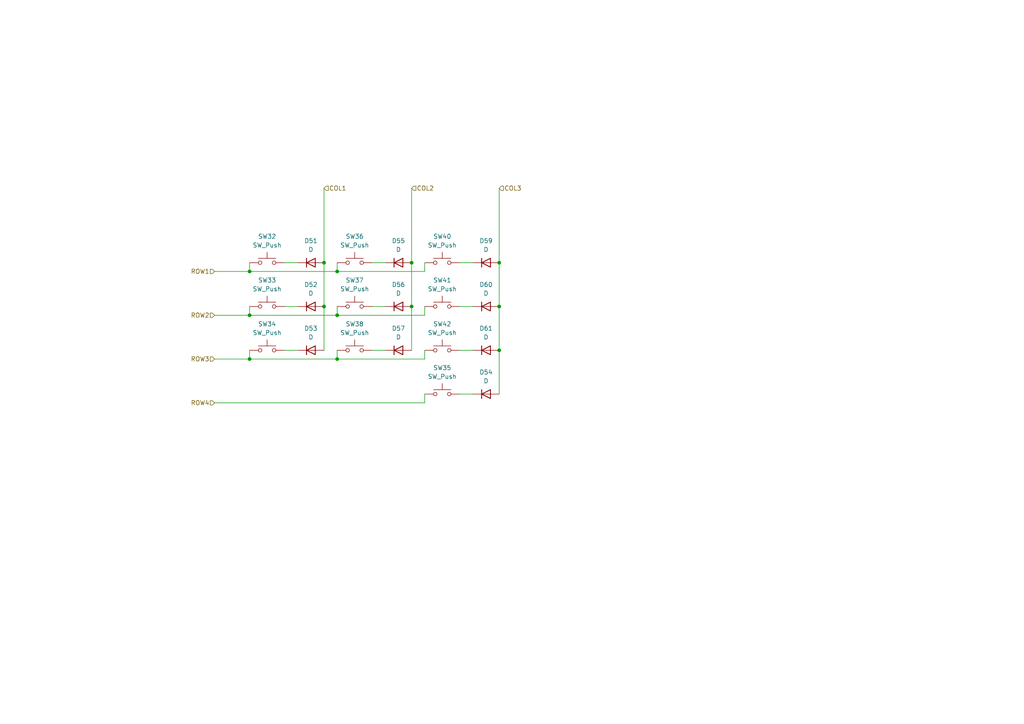
<source format=kicad_sch>
(kicad_sch (version 20231120) (generator "eeschema") (generator_version "8.0")
  (paper "A4")
  (lib_symbols
    (symbol "Device:D" (pin_numbers hide) (pin_names (offset 1.016) hide)
      (property "Reference" "D" (at 0 2.54 0))
      (property "Value" "D" (at 0 -2.54 0))
      (symbol "D_0_1"
        (polyline (pts (xy -1.27 1.27) (xy -1.27 -1.27)) (stroke (width 0.254)))
        (polyline (pts (xy 1.27 0) (xy -1.27 0)))
        (polyline (pts (xy 1.27 1.27) (xy 1.27 -1.27) (xy -1.27 0) (xy 1.27 1.27)) (stroke (width 0.254)))
      )
      (symbol "D_1_1"
        (pin passive line (at -3.81 0 0) (length 2.54) (name "K") (number "1"))
        (pin passive line (at 3.81 0 180) (length 2.54) (name "A") (number "2"))
      )
    )
    (symbol "Switch:SW_Push" (pin_numbers hide) (pin_names (offset 1.016) hide)
      (property "Reference" "SW" (at 1.27 2.54 0))
      (property "Value" "SW_Push" (at 0 -1.524 0))
      (symbol "SW_Push_0_1"
        (circle (center -2.032 0) (radius 0.508))
        (polyline (pts (xy 0 1.27) (xy 0 3.048)))
        (polyline (pts (xy 2.54 1.27) (xy -2.54 1.27)))
        (circle (center 2.032 0) (radius 0.508))
        (pin passive line (at -5.08 0 0) (length 2.54) (name "1") (number "1"))
        (pin passive line (at 5.08 0 180) (length 2.54) (name "2") (number "2"))
      )
    )
  )
  (junction (at 119.38 76.2))
  (junction (at 119.38 88.9))
  (junction (at 72.39 91.44))
  (junction (at 72.39 104.14))
  (junction (at 144.78 76.2))
  (junction (at 144.78 101.6))
  (junction (at 93.98 76.2))
  (junction (at 72.39 78.74))
  (junction (at 97.79 104.14))
  (junction (at 97.79 91.44))
  (junction (at 97.79 78.74))
  (junction (at 144.78 88.9))
  (junction (at 93.98 88.9))
  (wire (pts (xy 62.23 91.44) (xy 72.39 91.44)))
  (wire (pts (xy 133.35 88.9) (xy 137.16 88.9)))
  (wire (pts (xy 123.19 88.9) (xy 123.19 91.44)))
  (wire (pts (xy 82.55 101.6) (xy 86.36 101.6)))
  (wire (pts (xy 144.78 101.6) (xy 144.78 114.3)))
  (wire (pts (xy 62.23 78.74) (xy 72.39 78.74)))
  (wire (pts (xy 82.55 88.9) (xy 86.36 88.9)))
  (wire (pts (xy 97.79 101.6) (xy 97.79 104.14)))
  (wire (pts (xy 72.39 101.6) (xy 72.39 104.14)))
  (wire (pts (xy 93.98 54.61) (xy 93.98 76.2)))
  (wire (pts (xy 62.23 104.14) (xy 72.39 104.14)))
  (wire (pts (xy 119.38 88.9) (xy 119.38 101.6)))
  (wire (pts (xy 133.35 114.3) (xy 137.16 114.3)))
  (wire (pts (xy 133.35 76.2) (xy 137.16 76.2)))
  (wire (pts (xy 82.55 76.2) (xy 86.36 76.2)))
  (wire (pts (xy 144.78 88.9) (xy 144.78 101.6)))
  (wire (pts (xy 72.39 104.14) (xy 97.79 104.14)))
  (wire (pts (xy 123.19 101.6) (xy 123.19 104.14)))
  (wire (pts (xy 72.39 76.2) (xy 72.39 78.74)))
  (wire (pts (xy 72.39 78.74) (xy 97.79 78.74)))
  (wire (pts (xy 107.95 101.6) (xy 111.76 101.6)))
  (wire (pts (xy 107.95 88.9) (xy 111.76 88.9)))
  (wire (pts (xy 93.98 88.9) (xy 93.98 101.6)))
  (wire (pts (xy 97.79 91.44) (xy 123.19 91.44)))
  (wire (pts (xy 123.19 76.2) (xy 123.19 78.74)))
  (wire (pts (xy 144.78 54.61) (xy 144.78 76.2)))
  (wire (pts (xy 97.79 104.14) (xy 123.19 104.14)))
  (wire (pts (xy 133.35 101.6) (xy 137.16 101.6)))
  (wire (pts (xy 119.38 54.61) (xy 119.38 76.2)))
  (wire (pts (xy 107.95 76.2) (xy 111.76 76.2)))
  (wire (pts (xy 93.98 76.2) (xy 93.98 88.9)))
  (wire (pts (xy 72.39 91.44) (xy 97.79 91.44)))
  (wire (pts (xy 97.79 78.74) (xy 123.19 78.74)))
  (wire (pts (xy 119.38 76.2) (xy 119.38 88.9)))
  (wire (pts (xy 123.19 114.3) (xy 123.19 116.84)))
  (wire (pts (xy 144.78 76.2) (xy 144.78 88.9)))
  (wire (pts (xy 97.79 76.2) (xy 97.79 78.74)))
  (wire (pts (xy 72.39 88.9) (xy 72.39 91.44)))
  (wire (pts (xy 97.79 88.9) (xy 97.79 91.44)))
  (wire (pts (xy 62.23 116.84) (xy 123.19 116.84)))
  (hierarchical_label "COL2" (shape input) (at 119.38 54.61 0))
  (hierarchical_label "ROW1" (shape input) (at 62.23 78.74 180))
  (hierarchical_label "ROW2" (shape input) (at 62.23 91.44 180))
  (hierarchical_label "ROW4" (shape input) (at 62.23 116.84 180))
  (hierarchical_label "ROW3" (shape input) (at 62.23 104.14 180))
  (hierarchical_label "COL1" (shape input) (at 93.98 54.61 0))
  (hierarchical_label "COL3" (shape input) (at 144.78 54.61 0))
  (symbol (lib_id "Switch:SW_Push") (at 77.47 88.9 0) (unit 1)
    (property "Reference" "SW33" (at 77.47 81.28 0))
    (property "Value" "SW_Push" (at 77.47 83.82 0))
    (property "Footprint" "NiasStuff:SW_Push_1TS009xxxx-xxxx-xxxx_6x6x5mm" (effects (hide yes)))
    (property "Datasheet" "https://www.lcsc.com/datasheet/lcsc_datasheet_1811151231_HYP--Hongyuan-Precision-1TS009A-1800-5000-CT_C319409.pdf" (effects (hide yes)))
    (property "JLCPCB Part" "C319409" (effects (hide yes)))
    (property "Manufracturer" "HYP (Hongyuan Precision)" (effects (hide yes)))
    (property "Manufracturer Part Number" "1TS009A-1800-5000-CT" (effects (hide yes)))
  )
  (symbol (lib_id "Switch:SW_Push") (at 128.27 101.6 0) (unit 1)
    (property "Reference" "SW42" (at 128.27 93.98 0))
    (property "Value" "SW_Push" (at 128.27 96.52 0))
    (property "Footprint" "NiasStuff:SW_Push_1TS009xxxx-xxxx-xxxx_6x6x5mm" (effects (hide yes)))
    (property "Datasheet" "https://www.lcsc.com/datasheet/lcsc_datasheet_1811151231_HYP--Hongyuan-Precision-1TS009A-1800-5000-CT_C319409.pdf" (effects (hide yes)))
    (property "JLCPCB Part" "C319409" (effects (hide yes)))
    (property "Manufracturer" "HYP (Hongyuan Precision)" (effects (hide yes)))
    (property "Manufracturer Part Number" "1TS009A-1800-5000-CT" (effects (hide yes)))
  )
  (symbol (lib_id "Device:D") (at 90.17 88.9 0) (unit 1)
    (property "Reference" "D52" (at 90.17 82.55 0))
    (property "Value" "D" (at 90.17 85.09 0))
    (property "Footprint" "Diode_SMD:D_0805_2012Metric" (effects (hide yes)))
    (property "Datasheet" "https://www.lcsc.com/datasheet/lcsc_datasheet_1809291616_LIZ-Elec-CD4148WSP_C109001.pdf" (effects (hide yes)))
    (property "Sim.Device" "D" (effects (hide yes)))
    (property "Sim.Pins" "1=K 2=A" (effects (hide yes)))
    (property "JLCPCB Part" "C109001" (effects (hide yes)))
    (property "Manufracturer" "LIZ Elec" (effects (hide yes)))
    (property "Manufracturer Part Number" "CD4148WSP" (effects (hide yes)))
  )
  (symbol (lib_id "Device:D") (at 140.97 76.2 0) (unit 1)
    (property "Reference" "D59" (at 140.97 69.85 0))
    (property "Value" "D" (at 140.97 72.39 0))
    (property "Footprint" "Diode_SMD:D_0805_2012Metric" (effects (hide yes)))
    (property "Datasheet" "https://www.lcsc.com/datasheet/lcsc_datasheet_1809291616_LIZ-Elec-CD4148WSP_C109001.pdf" (effects (hide yes)))
    (property "Sim.Device" "D" (effects (hide yes)))
    (property "Sim.Pins" "1=K 2=A" (effects (hide yes)))
    (property "JLCPCB Part" "C109001" (effects (hide yes)))
    (property "Manufracturer" "LIZ Elec" (effects (hide yes)))
    (property "Manufracturer Part Number" "CD4148WSP" (effects (hide yes)))
  )
  (symbol (lib_id "Device:D") (at 115.57 88.9 0) (unit 1)
    (property "Reference" "D56" (at 115.57 82.55 0))
    (property "Value" "D" (at 115.57 85.09 0))
    (property "Footprint" "Diode_SMD:D_0805_2012Metric" (effects (hide yes)))
    (property "Datasheet" "https://www.lcsc.com/datasheet/lcsc_datasheet_1809291616_LIZ-Elec-CD4148WSP_C109001.pdf" (effects (hide yes)))
    (property "Sim.Device" "D" (effects (hide yes)))
    (property "Sim.Pins" "1=K 2=A" (effects (hide yes)))
    (property "JLCPCB Part" "C109001" (effects (hide yes)))
    (property "Manufracturer" "LIZ Elec" (effects (hide yes)))
    (property "Manufracturer Part Number" "CD4148WSP" (effects (hide yes)))
  )
  (symbol (lib_id "Switch:SW_Push") (at 77.47 76.2 0) (unit 1)
    (property "Reference" "SW32" (at 77.47 68.58 0))
    (property "Value" "SW_Push" (at 77.47 71.12 0))
    (property "Footprint" "NiasStuff:SW_Push_1TS009xxxx-xxxx-xxxx_6x6x5mm" (effects (hide yes)))
    (property "Datasheet" "https://www.lcsc.com/datasheet/lcsc_datasheet_1811151231_HYP--Hongyuan-Precision-1TS009A-1800-5000-CT_C319409.pdf" (effects (hide yes)))
    (property "JLCPCB Part" "C319409" (effects (hide yes)))
    (property "Manufracturer" "HYP (Hongyuan Precision)" (effects (hide yes)))
    (property "Manufracturer Part Number" "1TS009A-1800-5000-CT" (effects (hide yes)))
  )
  (symbol (lib_id "Device:D") (at 90.17 76.2 0) (unit 1)
    (property "Reference" "D51" (at 90.17 69.85 0))
    (property "Value" "D" (at 90.17 72.39 0))
    (property "Footprint" "Diode_SMD:D_0805_2012Metric" (effects (hide yes)))
    (property "Datasheet" "https://www.lcsc.com/datasheet/lcsc_datasheet_1809291616_LIZ-Elec-CD4148WSP_C109001.pdf" (effects (hide yes)))
    (property "Sim.Device" "D" (effects (hide yes)))
    (property "Sim.Pins" "1=K 2=A" (effects (hide yes)))
    (property "JLCPCB Part" "C109001" (effects (hide yes)))
    (property "Manufracturer" "LIZ Elec" (effects (hide yes)))
    (property "Manufracturer Part Number" "CD4148WSP" (effects (hide yes)))
  )
  (symbol (lib_id "Device:D") (at 90.17 101.6 0) (unit 1)
    (property "Reference" "D53" (at 90.17 95.25 0))
    (property "Value" "D" (at 90.17 97.79 0))
    (property "Footprint" "Diode_SMD:D_0805_2012Metric" (effects (hide yes)))
    (property "Datasheet" "https://www.lcsc.com/datasheet/lcsc_datasheet_1809291616_LIZ-Elec-CD4148WSP_C109001.pdf" (effects (hide yes)))
    (property "Sim.Device" "D" (effects (hide yes)))
    (property "Sim.Pins" "1=K 2=A" (effects (hide yes)))
    (property "JLCPCB Part" "C109001" (effects (hide yes)))
    (property "Manufracturer" "LIZ Elec" (effects (hide yes)))
    (property "Manufracturer Part Number" "CD4148WSP" (effects (hide yes)))
  )
  (symbol (lib_id "Device:D") (at 115.57 76.2 0) (unit 1)
    (property "Reference" "D55" (at 115.57 69.85 0))
    (property "Value" "D" (at 115.57 72.39 0))
    (property "Footprint" "Diode_SMD:D_0805_2012Metric" (effects (hide yes)))
    (property "Datasheet" "https://www.lcsc.com/datasheet/lcsc_datasheet_1809291616_LIZ-Elec-CD4148WSP_C109001.pdf" (effects (hide yes)))
    (property "Sim.Device" "D" (effects (hide yes)))
    (property "Sim.Pins" "1=K 2=A" (effects (hide yes)))
    (property "JLCPCB Part" "C109001" (effects (hide yes)))
    (property "Manufracturer" "LIZ Elec" (effects (hide yes)))
    (property "Manufracturer Part Number" "CD4148WSP" (effects (hide yes)))
  )
  (symbol (lib_id "Device:D") (at 115.57 101.6 0) (unit 1)
    (property "Reference" "D57" (at 115.57 95.25 0))
    (property "Value" "D" (at 115.57 97.79 0))
    (property "Footprint" "Diode_SMD:D_0805_2012Metric" (effects (hide yes)))
    (property "Datasheet" "https://www.lcsc.com/datasheet/lcsc_datasheet_1809291616_LIZ-Elec-CD4148WSP_C109001.pdf" (effects (hide yes)))
    (property "Sim.Device" "D" (effects (hide yes)))
    (property "Sim.Pins" "1=K 2=A" (effects (hide yes)))
    (property "JLCPCB Part" "C109001" (effects (hide yes)))
    (property "Manufracturer" "LIZ Elec" (effects (hide yes)))
    (property "Manufracturer Part Number" "CD4148WSP" (effects (hide yes)))
  )
  (symbol (lib_id "Switch:SW_Push") (at 102.87 101.6 0) (unit 1)
    (property "Reference" "SW38" (at 102.87 93.98 0))
    (property "Value" "SW_Push" (at 102.87 96.52 0))
    (property "Footprint" "NiasStuff:SW_Push_1TS009xxxx-xxxx-xxxx_6x6x5mm" (effects (hide yes)))
    (property "Datasheet" "https://www.lcsc.com/datasheet/lcsc_datasheet_1811151231_HYP--Hongyuan-Precision-1TS009A-1800-5000-CT_C319409.pdf" (effects (hide yes)))
    (property "JLCPCB Part" "C319409" (effects (hide yes)))
    (property "Manufracturer" "HYP (Hongyuan Precision)" (effects (hide yes)))
    (property "Manufracturer Part Number" "1TS009A-1800-5000-CT" (effects (hide yes)))
  )
  (symbol (lib_id "Switch:SW_Push") (at 102.87 76.2 0) (unit 1)
    (property "Reference" "SW36" (at 102.87 68.58 0))
    (property "Value" "SW_Push" (at 102.87 71.12 0))
    (property "Footprint" "NiasStuff:SW_Push_1TS009xxxx-xxxx-xxxx_6x6x5mm" (effects (hide yes)))
    (property "Datasheet" "https://www.lcsc.com/datasheet/lcsc_datasheet_1811151231_HYP--Hongyuan-Precision-1TS009A-1800-5000-CT_C319409.pdf" (effects (hide yes)))
    (property "JLCPCB Part" "C319409" (effects (hide yes)))
    (property "Manufracturer" "HYP (Hongyuan Precision)" (effects (hide yes)))
    (property "Manufracturer Part Number" "1TS009A-1800-5000-CT" (effects (hide yes)))
  )
  (symbol (lib_id "Switch:SW_Push") (at 128.27 114.3 0) (unit 1)
    (property "Reference" "SW35" (at 128.27 106.68 0))
    (property "Value" "SW_Push" (at 128.27 109.22 0))
    (property "Footprint" "NiasStuff:SW_Push_1TS009xxxx-xxxx-xxxx_6x6x5mm" (effects (hide yes)))
    (property "Datasheet" "https://www.lcsc.com/datasheet/lcsc_datasheet_1811151231_HYP--Hongyuan-Precision-1TS009A-1800-5000-CT_C319409.pdf" (effects (hide yes)))
    (property "JLCPCB Part" "C319409" (effects (hide yes)))
    (property "Manufracturer" "HYP (Hongyuan Precision)" (effects (hide yes)))
    (property "Manufracturer Part Number" "1TS009A-1800-5000-CT" (effects (hide yes)))
  )
  (symbol (lib_id "Switch:SW_Push") (at 128.27 76.2 0) (unit 1)
    (property "Reference" "SW40" (at 128.27 68.58 0))
    (property "Value" "SW_Push" (at 128.27 71.12 0))
    (property "Footprint" "NiasStuff:SW_Push_1TS009xxxx-xxxx-xxxx_6x6x5mm" (effects (hide yes)))
    (property "Datasheet" "https://www.lcsc.com/datasheet/lcsc_datasheet_1811151231_HYP--Hongyuan-Precision-1TS009A-1800-5000-CT_C319409.pdf" (effects (hide yes)))
    (property "JLCPCB Part" "C319409" (effects (hide yes)))
    (property "Manufracturer" "HYP (Hongyuan Precision)" (effects (hide yes)))
    (property "Manufracturer Part Number" "1TS009A-1800-5000-CT" (effects (hide yes)))
  )
  (symbol (lib_id "Switch:SW_Push") (at 128.27 88.9 0) (unit 1)
    (property "Reference" "SW41" (at 128.27 81.28 0))
    (property "Value" "SW_Push" (at 128.27 83.82 0))
    (property "Footprint" "NiasStuff:SW_Push_1TS009xxxx-xxxx-xxxx_6x6x5mm" (effects (hide yes)))
    (property "Datasheet" "https://www.lcsc.com/datasheet/lcsc_datasheet_1811151231_HYP--Hongyuan-Precision-1TS009A-1800-5000-CT_C319409.pdf" (effects (hide yes)))
    (property "JLCPCB Part" "C319409" (effects (hide yes)))
    (property "Manufracturer" "HYP (Hongyuan Precision)" (effects (hide yes)))
    (property "Manufracturer Part Number" "1TS009A-1800-5000-CT" (effects (hide yes)))
  )
  (symbol (lib_id "Switch:SW_Push") (at 77.47 101.6 0) (unit 1)
    (property "Reference" "SW34" (at 77.47 93.98 0))
    (property "Value" "SW_Push" (at 77.47 96.52 0))
    (property "Footprint" "NiasStuff:SW_Push_1TS009xxxx-xxxx-xxxx_6x6x5mm" (effects (hide yes)))
    (property "Datasheet" "https://www.lcsc.com/datasheet/lcsc_datasheet_1811151231_HYP--Hongyuan-Precision-1TS009A-1800-5000-CT_C319409.pdf" (effects (hide yes)))
    (property "JLCPCB Part" "C319409" (effects (hide yes)))
    (property "Manufracturer" "HYP (Hongyuan Precision)" (effects (hide yes)))
    (property "Manufracturer Part Number" "1TS009A-1800-5000-CT" (effects (hide yes)))
  )
  (symbol (lib_id "Switch:SW_Push") (at 102.87 88.9 0) (unit 1)
    (property "Reference" "SW37" (at 102.87 81.28 0))
    (property "Value" "SW_Push" (at 102.87 83.82 0))
    (property "Footprint" "NiasStuff:SW_Push_1TS009xxxx-xxxx-xxxx_6x6x5mm" (effects (hide yes)))
    (property "Datasheet" "https://www.lcsc.com/datasheet/lcsc_datasheet_1811151231_HYP--Hongyuan-Precision-1TS009A-1800-5000-CT_C319409.pdf" (effects (hide yes)))
    (property "JLCPCB Part" "C319409" (effects (hide yes)))
    (property "Manufracturer" "HYP (Hongyuan Precision)" (effects (hide yes)))
    (property "Manufracturer Part Number" "1TS009A-1800-5000-CT" (effects (hide yes)))
  )
  (symbol (lib_id "Device:D") (at 140.97 114.3 0) (unit 1)
    (property "Reference" "D54" (at 140.97 107.95 0))
    (property "Value" "D" (at 140.97 110.49 0))
    (property "Footprint" "Diode_SMD:D_0805_2012Metric" (effects (hide yes)))
    (property "Datasheet" "https://www.lcsc.com/datasheet/lcsc_datasheet_1809291616_LIZ-Elec-CD4148WSP_C109001.pdf" (effects (hide yes)))
    (property "Sim.Device" "D" (effects (hide yes)))
    (property "Sim.Pins" "1=K 2=A" (effects (hide yes)))
    (property "JLCPCB Part" "C109001" (effects (hide yes)))
    (property "Manufracturer" "LIZ Elec" (effects (hide yes)))
    (property "Manufracturer Part Number" "CD4148WSP" (effects (hide yes)))
  )
  (symbol (lib_id "Device:D") (at 140.97 88.9 0) (unit 1)
    (property "Reference" "D60" (at 140.97 82.55 0))
    (property "Value" "D" (at 140.97 85.09 0))
    (property "Footprint" "Diode_SMD:D_0805_2012Metric" (effects (hide yes)))
    (property "Datasheet" "https://www.lcsc.com/datasheet/lcsc_datasheet_1809291616_LIZ-Elec-CD4148WSP_C109001.pdf" (effects (hide yes)))
    (property "Sim.Device" "D" (effects (hide yes)))
    (property "Sim.Pins" "1=K 2=A" (effects (hide yes)))
    (property "JLCPCB Part" "C109001" (effects (hide yes)))
    (property "Manufracturer" "LIZ Elec" (effects (hide yes)))
    (property "Manufracturer Part Number" "CD4148WSP" (effects (hide yes)))
  )
  (symbol (lib_id "Device:D") (at 140.97 101.6 0) (unit 1)
    (property "Reference" "D61" (at 140.97 95.25 0))
    (property "Value" "D" (at 140.97 97.79 0))
    (property "Footprint" "Diode_SMD:D_0805_2012Metric" (effects (hide yes)))
    (property "Datasheet" "https://www.lcsc.com/datasheet/lcsc_datasheet_1809291616_LIZ-Elec-CD4148WSP_C109001.pdf" (effects (hide yes)))
    (property "Sim.Device" "D" (effects (hide yes)))
    (property "Sim.Pins" "1=K 2=A" (effects (hide yes)))
    (property "JLCPCB Part" "C109001" (effects (hide yes)))
    (property "Manufracturer" "LIZ Elec" (effects (hide yes)))
    (property "Manufracturer Part Number" "CD4148WSP" (effects (hide yes)))
  )
)
</source>
